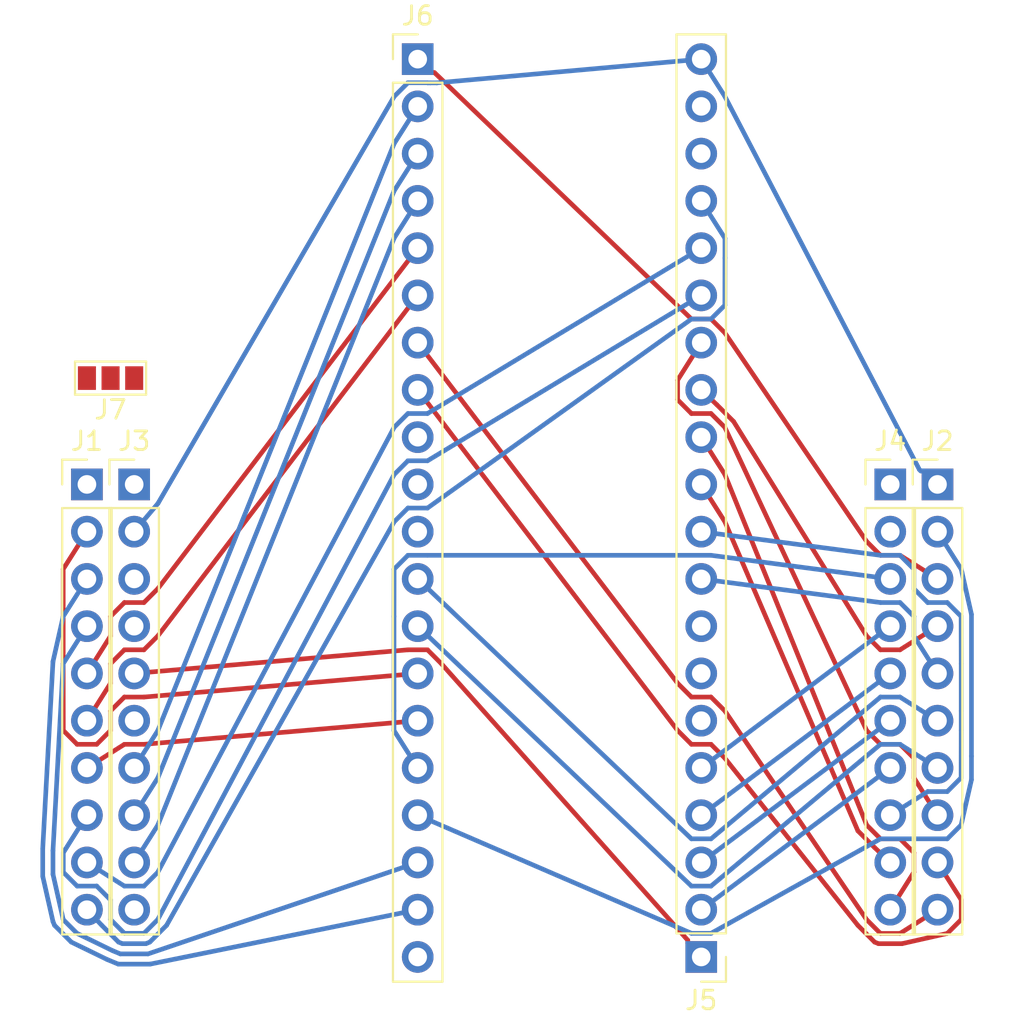
<source format=kicad_pcb>
(kicad_pcb (version 4) (host pcbnew 4.0.7)

  (general
    (links 36)
    (no_connects 4)
    (area 0 0 0 0)
    (thickness 1.6)
    (drawings 0)
    (tracks 325)
    (zones 0)
    (modules 7)
    (nets 48)
  )

  (page A4)
  (layers
    (0 F.Cu signal)
    (31 B.Cu signal)
    (32 B.Adhes user)
    (33 F.Adhes user)
    (34 B.Paste user)
    (35 F.Paste user)
    (36 B.SilkS user)
    (37 F.SilkS user)
    (38 B.Mask user)
    (39 F.Mask user)
    (40 Dwgs.User user)
    (41 Cmts.User user)
    (42 Eco1.User user)
    (43 Eco2.User user)
    (44 Edge.Cuts user)
    (45 Margin user)
    (46 B.CrtYd user)
    (47 F.CrtYd user)
    (48 B.Fab user)
    (49 F.Fab user)
  )

  (setup
    (last_trace_width 0.25)
    (trace_clearance 0.2)
    (zone_clearance 0.508)
    (zone_45_only no)
    (trace_min 0.2)
    (segment_width 0.2)
    (edge_width 0.15)
    (via_size 0.6)
    (via_drill 0.4)
    (via_min_size 0.4)
    (via_min_drill 0.3)
    (uvia_size 0.3)
    (uvia_drill 0.1)
    (uvias_allowed no)
    (uvia_min_size 0.2)
    (uvia_min_drill 0.1)
    (pcb_text_width 0.3)
    (pcb_text_size 1.5 1.5)
    (mod_edge_width 0.15)
    (mod_text_size 1 1)
    (mod_text_width 0.15)
    (pad_size 1.524 1.524)
    (pad_drill 0.762)
    (pad_to_mask_clearance 0.2)
    (aux_axis_origin 0 0)
    (grid_origin 156.21 113.03)
    (visible_elements 7FFFFFFF)
    (pcbplotparams
      (layerselection 0x00030_80000001)
      (usegerberextensions false)
      (excludeedgelayer true)
      (linewidth 0.100000)
      (plotframeref false)
      (viasonmask false)
      (mode 1)
      (useauxorigin false)
      (hpglpennumber 1)
      (hpglpenspeed 20)
      (hpglpendiameter 15)
      (hpglpenoverlay 2)
      (psnegative false)
      (psa4output false)
      (plotreference true)
      (plotvalue true)
      (plotinvisibletext false)
      (padsonsilk false)
      (subtractmaskfromsilk false)
      (outputformat 1)
      (mirror false)
      (drillshape 1)
      (scaleselection 1)
      (outputdirectory ""))
  )

  (net 0 "")
  (net 1 "Net-(J1-Pad1)")
  (net 2 /X5)
  (net 3 /X0)
  (net 4 /X1)
  (net 5 /Bit4)
  (net 6 /Bit5)
  (net 7 /X4)
  (net 8 /Bit9)
  (net 9 /Bit10)
  (net 10 /Bit11)
  (net 11 /GND)
  (net 12 /X2)
  (net 13 /Bit0)
  (net 14 /PLUS)
  (net 15 /RESET)
  (net 16 /X7)
  (net 17 /X6)
  (net 18 /Bit8)
  (net 19 /Bit7)
  (net 20 /Bit6)
  (net 21 "Net-(J3-Pad1)")
  (net 22 "Net-(J3-Pad3)")
  (net 23 "Net-(J3-Pad4)")
  (net 24 /DS18B20)
  (net 25 "Net-(J3-Pad6)")
  (net 26 /Bit1)
  (net 27 /Bit2)
  (net 28 /Bit3)
  (net 29 "Net-(J3-Pad10)")
  (net 30 "Net-(J4-Pad1)")
  (net 31 "Net-(J4-Pad2)")
  (net 32 /X3)
  (net 33 /BEEP)
  (net 34 /1302CLK)
  (net 35 /1302IO)
  (net 36 /1302RST)
  (net 37 /RXD)
  (net 38 /TXD)
  (net 39 /MODE)
  (net 40 "Net-(J5-Pad6)")
  (net 41 "Net-(J5-Pad7)")
  (net 42 "Net-(J5-Pad8)")
  (net 43 "Net-(J5-Pad18)")
  (net 44 "Net-(J5-Pad19)")
  (net 45 "Net-(J6-Pad9)")
  (net 46 "Net-(J6-Pad10)")
  (net 47 /VCC)

  (net_class Default "This is the default net class."
    (clearance 0.2)
    (trace_width 0.25)
    (via_dia 0.6)
    (via_drill 0.4)
    (uvia_dia 0.3)
    (uvia_drill 0.1)
    (add_net /1302CLK)
    (add_net /1302IO)
    (add_net /1302RST)
    (add_net /BEEP)
    (add_net /Bit0)
    (add_net /Bit1)
    (add_net /Bit10)
    (add_net /Bit11)
    (add_net /Bit2)
    (add_net /Bit3)
    (add_net /Bit4)
    (add_net /Bit5)
    (add_net /Bit6)
    (add_net /Bit7)
    (add_net /Bit8)
    (add_net /Bit9)
    (add_net /DS18B20)
    (add_net /GND)
    (add_net /MODE)
    (add_net /PLUS)
    (add_net /RESET)
    (add_net /RXD)
    (add_net /TXD)
    (add_net /VCC)
    (add_net /X0)
    (add_net /X1)
    (add_net /X2)
    (add_net /X3)
    (add_net /X4)
    (add_net /X5)
    (add_net /X6)
    (add_net /X7)
    (add_net "Net-(J1-Pad1)")
    (add_net "Net-(J3-Pad1)")
    (add_net "Net-(J3-Pad10)")
    (add_net "Net-(J3-Pad3)")
    (add_net "Net-(J3-Pad4)")
    (add_net "Net-(J3-Pad6)")
    (add_net "Net-(J4-Pad1)")
    (add_net "Net-(J4-Pad2)")
    (add_net "Net-(J5-Pad18)")
    (add_net "Net-(J5-Pad19)")
    (add_net "Net-(J5-Pad6)")
    (add_net "Net-(J5-Pad7)")
    (add_net "Net-(J5-Pad8)")
    (add_net "Net-(J6-Pad10)")
    (add_net "Net-(J6-Pad9)")
  )

  (module Pin_Headers:Pin_Header_Straight_1x10_Pitch2.54mm (layer F.Cu) (tedit 59650532) (tstamp 5A68B6AC)
    (at 101.6 101.6)
    (descr "Through hole straight pin header, 1x10, 2.54mm pitch, single row")
    (tags "Through hole pin header THT 1x10 2.54mm single row")
    (path /5A5BEAC9)
    (fp_text reference J1 (at 0 -2.33) (layer F.SilkS)
      (effects (font (size 1 1) (thickness 0.15)))
    )
    (fp_text value Conn_01x10 (at 0 25.19) (layer F.Fab)
      (effects (font (size 1 1) (thickness 0.15)))
    )
    (fp_line (start -0.635 -1.27) (end 1.27 -1.27) (layer F.Fab) (width 0.1))
    (fp_line (start 1.27 -1.27) (end 1.27 24.13) (layer F.Fab) (width 0.1))
    (fp_line (start 1.27 24.13) (end -1.27 24.13) (layer F.Fab) (width 0.1))
    (fp_line (start -1.27 24.13) (end -1.27 -0.635) (layer F.Fab) (width 0.1))
    (fp_line (start -1.27 -0.635) (end -0.635 -1.27) (layer F.Fab) (width 0.1))
    (fp_line (start -1.33 24.19) (end 1.33 24.19) (layer F.SilkS) (width 0.12))
    (fp_line (start -1.33 1.27) (end -1.33 24.19) (layer F.SilkS) (width 0.12))
    (fp_line (start 1.33 1.27) (end 1.33 24.19) (layer F.SilkS) (width 0.12))
    (fp_line (start -1.33 1.27) (end 1.33 1.27) (layer F.SilkS) (width 0.12))
    (fp_line (start -1.33 0) (end -1.33 -1.33) (layer F.SilkS) (width 0.12))
    (fp_line (start -1.33 -1.33) (end 0 -1.33) (layer F.SilkS) (width 0.12))
    (fp_line (start -1.8 -1.8) (end -1.8 24.65) (layer F.CrtYd) (width 0.05))
    (fp_line (start -1.8 24.65) (end 1.8 24.65) (layer F.CrtYd) (width 0.05))
    (fp_line (start 1.8 24.65) (end 1.8 -1.8) (layer F.CrtYd) (width 0.05))
    (fp_line (start 1.8 -1.8) (end -1.8 -1.8) (layer F.CrtYd) (width 0.05))
    (fp_text user %R (at 0 11.43 90) (layer F.Fab)
      (effects (font (size 1 1) (thickness 0.15)))
    )
    (pad 1 thru_hole rect (at 0 0) (size 1.7 1.7) (drill 1) (layers *.Cu *.Mask)
      (net 1 "Net-(J1-Pad1)"))
    (pad 2 thru_hole oval (at 0 2.54) (size 1.7 1.7) (drill 1) (layers *.Cu *.Mask)
      (net 2 /X5))
    (pad 3 thru_hole oval (at 0 5.08) (size 1.7 1.7) (drill 1) (layers *.Cu *.Mask)
      (net 3 /X0))
    (pad 4 thru_hole oval (at 0 7.62) (size 1.7 1.7) (drill 1) (layers *.Cu *.Mask)
      (net 4 /X1))
    (pad 5 thru_hole oval (at 0 10.16) (size 1.7 1.7) (drill 1) (layers *.Cu *.Mask)
      (net 5 /Bit4))
    (pad 6 thru_hole oval (at 0 12.7) (size 1.7 1.7) (drill 1) (layers *.Cu *.Mask)
      (net 6 /Bit5))
    (pad 7 thru_hole oval (at 0 15.24) (size 1.7 1.7) (drill 1) (layers *.Cu *.Mask)
      (net 7 /X4))
    (pad 8 thru_hole oval (at 0 17.78) (size 1.7 1.7) (drill 1) (layers *.Cu *.Mask)
      (net 8 /Bit9))
    (pad 9 thru_hole oval (at 0 20.32) (size 1.7 1.7) (drill 1) (layers *.Cu *.Mask)
      (net 9 /Bit10))
    (pad 10 thru_hole oval (at 0 22.86) (size 1.7 1.7) (drill 1) (layers *.Cu *.Mask)
      (net 10 /Bit11))
    (model ${KISYS3DMOD}/Pin_Headers.3dshapes/Pin_Header_Straight_1x10_Pitch2.54mm.wrl
      (at (xyz 0 0 0))
      (scale (xyz 1 1 1))
      (rotate (xyz 0 0 0))
    )
  )

  (module Pin_Headers:Pin_Header_Straight_1x10_Pitch2.54mm (layer F.Cu) (tedit 59650532) (tstamp 5A68B6BA)
    (at 147.32 101.6)
    (descr "Through hole straight pin header, 1x10, 2.54mm pitch, single row")
    (tags "Through hole pin header THT 1x10 2.54mm single row")
    (path /5A5BED3B)
    (fp_text reference J2 (at 0 -2.33) (layer F.SilkS)
      (effects (font (size 1 1) (thickness 0.15)))
    )
    (fp_text value Conn_01x10 (at 0 25.19) (layer F.Fab)
      (effects (font (size 1 1) (thickness 0.15)))
    )
    (fp_line (start -0.635 -1.27) (end 1.27 -1.27) (layer F.Fab) (width 0.1))
    (fp_line (start 1.27 -1.27) (end 1.27 24.13) (layer F.Fab) (width 0.1))
    (fp_line (start 1.27 24.13) (end -1.27 24.13) (layer F.Fab) (width 0.1))
    (fp_line (start -1.27 24.13) (end -1.27 -0.635) (layer F.Fab) (width 0.1))
    (fp_line (start -1.27 -0.635) (end -0.635 -1.27) (layer F.Fab) (width 0.1))
    (fp_line (start -1.33 24.19) (end 1.33 24.19) (layer F.SilkS) (width 0.12))
    (fp_line (start -1.33 1.27) (end -1.33 24.19) (layer F.SilkS) (width 0.12))
    (fp_line (start 1.33 1.27) (end 1.33 24.19) (layer F.SilkS) (width 0.12))
    (fp_line (start -1.33 1.27) (end 1.33 1.27) (layer F.SilkS) (width 0.12))
    (fp_line (start -1.33 0) (end -1.33 -1.33) (layer F.SilkS) (width 0.12))
    (fp_line (start -1.33 -1.33) (end 0 -1.33) (layer F.SilkS) (width 0.12))
    (fp_line (start -1.8 -1.8) (end -1.8 24.65) (layer F.CrtYd) (width 0.05))
    (fp_line (start -1.8 24.65) (end 1.8 24.65) (layer F.CrtYd) (width 0.05))
    (fp_line (start 1.8 24.65) (end 1.8 -1.8) (layer F.CrtYd) (width 0.05))
    (fp_line (start 1.8 -1.8) (end -1.8 -1.8) (layer F.CrtYd) (width 0.05))
    (fp_text user %R (at 0 11.43 90) (layer F.Fab)
      (effects (font (size 1 1) (thickness 0.15)))
    )
    (pad 1 thru_hole rect (at 0 0) (size 1.7 1.7) (drill 1) (layers *.Cu *.Mask)
      (net 11 /GND))
    (pad 2 thru_hole oval (at 0 2.54) (size 1.7 1.7) (drill 1) (layers *.Cu *.Mask)
      (net 12 /X2))
    (pad 3 thru_hole oval (at 0 5.08) (size 1.7 1.7) (drill 1) (layers *.Cu *.Mask)
      (net 13 /Bit0))
    (pad 4 thru_hole oval (at 0 7.62) (size 1.7 1.7) (drill 1) (layers *.Cu *.Mask)
      (net 14 /PLUS))
    (pad 5 thru_hole oval (at 0 10.16) (size 1.7 1.7) (drill 1) (layers *.Cu *.Mask)
      (net 15 /RESET))
    (pad 6 thru_hole oval (at 0 12.7) (size 1.7 1.7) (drill 1) (layers *.Cu *.Mask)
      (net 16 /X7))
    (pad 7 thru_hole oval (at 0 15.24) (size 1.7 1.7) (drill 1) (layers *.Cu *.Mask)
      (net 17 /X6))
    (pad 8 thru_hole oval (at 0 17.78) (size 1.7 1.7) (drill 1) (layers *.Cu *.Mask)
      (net 18 /Bit8))
    (pad 9 thru_hole oval (at 0 20.32) (size 1.7 1.7) (drill 1) (layers *.Cu *.Mask)
      (net 19 /Bit7))
    (pad 10 thru_hole oval (at 0 22.86) (size 1.7 1.7) (drill 1) (layers *.Cu *.Mask)
      (net 20 /Bit6))
    (model ${KISYS3DMOD}/Pin_Headers.3dshapes/Pin_Header_Straight_1x10_Pitch2.54mm.wrl
      (at (xyz 0 0 0))
      (scale (xyz 1 1 1))
      (rotate (xyz 0 0 0))
    )
  )

  (module Pin_Headers:Pin_Header_Straight_1x10_Pitch2.54mm (layer F.Cu) (tedit 59650532) (tstamp 5A68B6C8)
    (at 104.14 101.6)
    (descr "Through hole straight pin header, 1x10, 2.54mm pitch, single row")
    (tags "Through hole pin header THT 1x10 2.54mm single row")
    (path /5A5BEB8A)
    (fp_text reference J3 (at 0 -2.33) (layer F.SilkS)
      (effects (font (size 1 1) (thickness 0.15)))
    )
    (fp_text value Conn_01x10 (at 0 25.19) (layer F.Fab)
      (effects (font (size 1 1) (thickness 0.15)))
    )
    (fp_line (start -0.635 -1.27) (end 1.27 -1.27) (layer F.Fab) (width 0.1))
    (fp_line (start 1.27 -1.27) (end 1.27 24.13) (layer F.Fab) (width 0.1))
    (fp_line (start 1.27 24.13) (end -1.27 24.13) (layer F.Fab) (width 0.1))
    (fp_line (start -1.27 24.13) (end -1.27 -0.635) (layer F.Fab) (width 0.1))
    (fp_line (start -1.27 -0.635) (end -0.635 -1.27) (layer F.Fab) (width 0.1))
    (fp_line (start -1.33 24.19) (end 1.33 24.19) (layer F.SilkS) (width 0.12))
    (fp_line (start -1.33 1.27) (end -1.33 24.19) (layer F.SilkS) (width 0.12))
    (fp_line (start 1.33 1.27) (end 1.33 24.19) (layer F.SilkS) (width 0.12))
    (fp_line (start -1.33 1.27) (end 1.33 1.27) (layer F.SilkS) (width 0.12))
    (fp_line (start -1.33 0) (end -1.33 -1.33) (layer F.SilkS) (width 0.12))
    (fp_line (start -1.33 -1.33) (end 0 -1.33) (layer F.SilkS) (width 0.12))
    (fp_line (start -1.8 -1.8) (end -1.8 24.65) (layer F.CrtYd) (width 0.05))
    (fp_line (start -1.8 24.65) (end 1.8 24.65) (layer F.CrtYd) (width 0.05))
    (fp_line (start 1.8 24.65) (end 1.8 -1.8) (layer F.CrtYd) (width 0.05))
    (fp_line (start 1.8 -1.8) (end -1.8 -1.8) (layer F.CrtYd) (width 0.05))
    (fp_text user %R (at 0 11.43 90) (layer F.Fab)
      (effects (font (size 1 1) (thickness 0.15)))
    )
    (pad 1 thru_hole rect (at 0 0) (size 1.7 1.7) (drill 1) (layers *.Cu *.Mask)
      (net 21 "Net-(J3-Pad1)"))
    (pad 2 thru_hole oval (at 0 2.54) (size 1.7 1.7) (drill 1) (layers *.Cu *.Mask)
      (net 11 /GND))
    (pad 3 thru_hole oval (at 0 5.08) (size 1.7 1.7) (drill 1) (layers *.Cu *.Mask)
      (net 22 "Net-(J3-Pad3)"))
    (pad 4 thru_hole oval (at 0 7.62) (size 1.7 1.7) (drill 1) (layers *.Cu *.Mask)
      (net 23 "Net-(J3-Pad4)"))
    (pad 5 thru_hole oval (at 0 10.16) (size 1.7 1.7) (drill 1) (layers *.Cu *.Mask)
      (net 24 /DS18B20))
    (pad 6 thru_hole oval (at 0 12.7) (size 1.7 1.7) (drill 1) (layers *.Cu *.Mask)
      (net 25 "Net-(J3-Pad6)"))
    (pad 7 thru_hole oval (at 0 15.24) (size 1.7 1.7) (drill 1) (layers *.Cu *.Mask)
      (net 26 /Bit1))
    (pad 8 thru_hole oval (at 0 17.78) (size 1.7 1.7) (drill 1) (layers *.Cu *.Mask)
      (net 27 /Bit2))
    (pad 9 thru_hole oval (at 0 20.32) (size 1.7 1.7) (drill 1) (layers *.Cu *.Mask)
      (net 28 /Bit3))
    (pad 10 thru_hole oval (at 0 22.86) (size 1.7 1.7) (drill 1) (layers *.Cu *.Mask)
      (net 29 "Net-(J3-Pad10)"))
    (model ${KISYS3DMOD}/Pin_Headers.3dshapes/Pin_Header_Straight_1x10_Pitch2.54mm.wrl
      (at (xyz 0 0 0))
      (scale (xyz 1 1 1))
      (rotate (xyz 0 0 0))
    )
  )

  (module Pin_Headers:Pin_Header_Straight_1x10_Pitch2.54mm (layer F.Cu) (tedit 59650532) (tstamp 5A68B6D6)
    (at 144.78 101.6)
    (descr "Through hole straight pin header, 1x10, 2.54mm pitch, single row")
    (tags "Through hole pin header THT 1x10 2.54mm single row")
    (path /5A5BED0F)
    (fp_text reference J4 (at 0 -2.33) (layer F.SilkS)
      (effects (font (size 1 1) (thickness 0.15)))
    )
    (fp_text value Conn_01x10 (at 0 25.19) (layer F.Fab)
      (effects (font (size 1 1) (thickness 0.15)))
    )
    (fp_line (start -0.635 -1.27) (end 1.27 -1.27) (layer F.Fab) (width 0.1))
    (fp_line (start 1.27 -1.27) (end 1.27 24.13) (layer F.Fab) (width 0.1))
    (fp_line (start 1.27 24.13) (end -1.27 24.13) (layer F.Fab) (width 0.1))
    (fp_line (start -1.27 24.13) (end -1.27 -0.635) (layer F.Fab) (width 0.1))
    (fp_line (start -1.27 -0.635) (end -0.635 -1.27) (layer F.Fab) (width 0.1))
    (fp_line (start -1.33 24.19) (end 1.33 24.19) (layer F.SilkS) (width 0.12))
    (fp_line (start -1.33 1.27) (end -1.33 24.19) (layer F.SilkS) (width 0.12))
    (fp_line (start 1.33 1.27) (end 1.33 24.19) (layer F.SilkS) (width 0.12))
    (fp_line (start -1.33 1.27) (end 1.33 1.27) (layer F.SilkS) (width 0.12))
    (fp_line (start -1.33 0) (end -1.33 -1.33) (layer F.SilkS) (width 0.12))
    (fp_line (start -1.33 -1.33) (end 0 -1.33) (layer F.SilkS) (width 0.12))
    (fp_line (start -1.8 -1.8) (end -1.8 24.65) (layer F.CrtYd) (width 0.05))
    (fp_line (start -1.8 24.65) (end 1.8 24.65) (layer F.CrtYd) (width 0.05))
    (fp_line (start 1.8 24.65) (end 1.8 -1.8) (layer F.CrtYd) (width 0.05))
    (fp_line (start 1.8 -1.8) (end -1.8 -1.8) (layer F.CrtYd) (width 0.05))
    (fp_text user %R (at 0 11.43 90) (layer F.Fab)
      (effects (font (size 1 1) (thickness 0.15)))
    )
    (pad 1 thru_hole rect (at 0 0) (size 1.7 1.7) (drill 1) (layers *.Cu *.Mask)
      (net 30 "Net-(J4-Pad1)"))
    (pad 2 thru_hole oval (at 0 2.54) (size 1.7 1.7) (drill 1) (layers *.Cu *.Mask)
      (net 31 "Net-(J4-Pad2)"))
    (pad 3 thru_hole oval (at 0 5.08) (size 1.7 1.7) (drill 1) (layers *.Cu *.Mask)
      (net 32 /X3))
    (pad 4 thru_hole oval (at 0 7.62) (size 1.7 1.7) (drill 1) (layers *.Cu *.Mask)
      (net 33 /BEEP))
    (pad 5 thru_hole oval (at 0 10.16) (size 1.7 1.7) (drill 1) (layers *.Cu *.Mask)
      (net 34 /1302CLK))
    (pad 6 thru_hole oval (at 0 12.7) (size 1.7 1.7) (drill 1) (layers *.Cu *.Mask)
      (net 35 /1302IO))
    (pad 7 thru_hole oval (at 0 15.24) (size 1.7 1.7) (drill 1) (layers *.Cu *.Mask)
      (net 36 /1302RST))
    (pad 8 thru_hole oval (at 0 17.78) (size 1.7 1.7) (drill 1) (layers *.Cu *.Mask)
      (net 37 /RXD))
    (pad 9 thru_hole oval (at 0 20.32) (size 1.7 1.7) (drill 1) (layers *.Cu *.Mask)
      (net 38 /TXD))
    (pad 10 thru_hole oval (at 0 22.86) (size 1.7 1.7) (drill 1) (layers *.Cu *.Mask)
      (net 39 /MODE))
    (model ${KISYS3DMOD}/Pin_Headers.3dshapes/Pin_Header_Straight_1x10_Pitch2.54mm.wrl
      (at (xyz 0 0 0))
      (scale (xyz 1 1 1))
      (rotate (xyz 0 0 0))
    )
  )

  (module Pin_Headers:Pin_Header_Straight_1x20_Pitch2.54mm (layer F.Cu) (tedit 59650532) (tstamp 5A68B6EE)
    (at 134.62 127 180)
    (descr "Through hole straight pin header, 1x20, 2.54mm pitch, single row")
    (tags "Through hole pin header THT 1x20 2.54mm single row")
    (path /5A5BED71)
    (fp_text reference J5 (at 0 -2.33 180) (layer F.SilkS)
      (effects (font (size 1 1) (thickness 0.15)))
    )
    (fp_text value Conn_01x20 (at 0 50.59 180) (layer F.Fab)
      (effects (font (size 1 1) (thickness 0.15)))
    )
    (fp_line (start -0.635 -1.27) (end 1.27 -1.27) (layer F.Fab) (width 0.1))
    (fp_line (start 1.27 -1.27) (end 1.27 49.53) (layer F.Fab) (width 0.1))
    (fp_line (start 1.27 49.53) (end -1.27 49.53) (layer F.Fab) (width 0.1))
    (fp_line (start -1.27 49.53) (end -1.27 -0.635) (layer F.Fab) (width 0.1))
    (fp_line (start -1.27 -0.635) (end -0.635 -1.27) (layer F.Fab) (width 0.1))
    (fp_line (start -1.33 49.59) (end 1.33 49.59) (layer F.SilkS) (width 0.12))
    (fp_line (start -1.33 1.27) (end -1.33 49.59) (layer F.SilkS) (width 0.12))
    (fp_line (start 1.33 1.27) (end 1.33 49.59) (layer F.SilkS) (width 0.12))
    (fp_line (start -1.33 1.27) (end 1.33 1.27) (layer F.SilkS) (width 0.12))
    (fp_line (start -1.33 0) (end -1.33 -1.33) (layer F.SilkS) (width 0.12))
    (fp_line (start -1.33 -1.33) (end 0 -1.33) (layer F.SilkS) (width 0.12))
    (fp_line (start -1.8 -1.8) (end -1.8 50.05) (layer F.CrtYd) (width 0.05))
    (fp_line (start -1.8 50.05) (end 1.8 50.05) (layer F.CrtYd) (width 0.05))
    (fp_line (start 1.8 50.05) (end 1.8 -1.8) (layer F.CrtYd) (width 0.05))
    (fp_line (start 1.8 -1.8) (end -1.8 -1.8) (layer F.CrtYd) (width 0.05))
    (fp_text user %R (at 0 24.13 270) (layer F.Fab)
      (effects (font (size 1 1) (thickness 0.15)))
    )
    (pad 1 thru_hole rect (at 0 0 180) (size 1.7 1.7) (drill 1) (layers *.Cu *.Mask)
      (net 24 /DS18B20))
    (pad 2 thru_hole oval (at 0 2.54 180) (size 1.7 1.7) (drill 1) (layers *.Cu *.Mask)
      (net 36 /1302RST))
    (pad 3 thru_hole oval (at 0 5.08 180) (size 1.7 1.7) (drill 1) (layers *.Cu *.Mask)
      (net 35 /1302IO))
    (pad 4 thru_hole oval (at 0 7.62 180) (size 1.7 1.7) (drill 1) (layers *.Cu *.Mask)
      (net 34 /1302CLK))
    (pad 5 thru_hole oval (at 0 10.16 180) (size 1.7 1.7) (drill 1) (layers *.Cu *.Mask)
      (net 33 /BEEP))
    (pad 6 thru_hole oval (at 0 12.7 180) (size 1.7 1.7) (drill 1) (layers *.Cu *.Mask)
      (net 40 "Net-(J5-Pad6)"))
    (pad 7 thru_hole oval (at 0 15.24 180) (size 1.7 1.7) (drill 1) (layers *.Cu *.Mask)
      (net 41 "Net-(J5-Pad7)"))
    (pad 8 thru_hole oval (at 0 17.78 180) (size 1.7 1.7) (drill 1) (layers *.Cu *.Mask)
      (net 42 "Net-(J5-Pad8)"))
    (pad 9 thru_hole oval (at 0 20.32 180) (size 1.7 1.7) (drill 1) (layers *.Cu *.Mask)
      (net 15 /RESET))
    (pad 10 thru_hole oval (at 0 22.86 180) (size 1.7 1.7) (drill 1) (layers *.Cu *.Mask)
      (net 37 /RXD))
    (pad 11 thru_hole oval (at 0 25.4 180) (size 1.7 1.7) (drill 1) (layers *.Cu *.Mask)
      (net 38 /TXD))
    (pad 12 thru_hole oval (at 0 27.94 180) (size 1.7 1.7) (drill 1) (layers *.Cu *.Mask)
      (net 39 /MODE))
    (pad 13 thru_hole oval (at 0 30.48 180) (size 1.7 1.7) (drill 1) (layers *.Cu *.Mask)
      (net 14 /PLUS))
    (pad 14 thru_hole oval (at 0 33.02 180) (size 1.7 1.7) (drill 1) (layers *.Cu *.Mask)
      (net 18 /Bit8))
    (pad 15 thru_hole oval (at 0 35.56 180) (size 1.7 1.7) (drill 1) (layers *.Cu *.Mask)
      (net 8 /Bit9))
    (pad 16 thru_hole oval (at 0 38.1 180) (size 1.7 1.7) (drill 1) (layers *.Cu *.Mask)
      (net 9 /Bit10))
    (pad 17 thru_hole oval (at 0 40.64 180) (size 1.7 1.7) (drill 1) (layers *.Cu *.Mask)
      (net 10 /Bit11))
    (pad 18 thru_hole oval (at 0 43.18 180) (size 1.7 1.7) (drill 1) (layers *.Cu *.Mask)
      (net 43 "Net-(J5-Pad18)"))
    (pad 19 thru_hole oval (at 0 45.72 180) (size 1.7 1.7) (drill 1) (layers *.Cu *.Mask)
      (net 44 "Net-(J5-Pad19)"))
    (pad 20 thru_hole oval (at 0 48.26 180) (size 1.7 1.7) (drill 1) (layers *.Cu *.Mask)
      (net 11 /GND))
    (model ${KISYS3DMOD}/Pin_Headers.3dshapes/Pin_Header_Straight_1x20_Pitch2.54mm.wrl
      (at (xyz 0 0 0))
      (scale (xyz 1 1 1))
      (rotate (xyz 0 0 0))
    )
  )

  (module Pin_Headers:Pin_Header_Straight_1x20_Pitch2.54mm (layer F.Cu) (tedit 59650532) (tstamp 5A68B706)
    (at 119.38 78.74)
    (descr "Through hole straight pin header, 1x20, 2.54mm pitch, single row")
    (tags "Through hole pin header THT 1x20 2.54mm single row")
    (path /5A5BEDA4)
    (fp_text reference J6 (at 0 -2.33) (layer F.SilkS)
      (effects (font (size 1 1) (thickness 0.15)))
    )
    (fp_text value Conn_01x20 (at 0 50.59) (layer F.Fab)
      (effects (font (size 1 1) (thickness 0.15)))
    )
    (fp_line (start -0.635 -1.27) (end 1.27 -1.27) (layer F.Fab) (width 0.1))
    (fp_line (start 1.27 -1.27) (end 1.27 49.53) (layer F.Fab) (width 0.1))
    (fp_line (start 1.27 49.53) (end -1.27 49.53) (layer F.Fab) (width 0.1))
    (fp_line (start -1.27 49.53) (end -1.27 -0.635) (layer F.Fab) (width 0.1))
    (fp_line (start -1.27 -0.635) (end -0.635 -1.27) (layer F.Fab) (width 0.1))
    (fp_line (start -1.33 49.59) (end 1.33 49.59) (layer F.SilkS) (width 0.12))
    (fp_line (start -1.33 1.27) (end -1.33 49.59) (layer F.SilkS) (width 0.12))
    (fp_line (start 1.33 1.27) (end 1.33 49.59) (layer F.SilkS) (width 0.12))
    (fp_line (start -1.33 1.27) (end 1.33 1.27) (layer F.SilkS) (width 0.12))
    (fp_line (start -1.33 0) (end -1.33 -1.33) (layer F.SilkS) (width 0.12))
    (fp_line (start -1.33 -1.33) (end 0 -1.33) (layer F.SilkS) (width 0.12))
    (fp_line (start -1.8 -1.8) (end -1.8 50.05) (layer F.CrtYd) (width 0.05))
    (fp_line (start -1.8 50.05) (end 1.8 50.05) (layer F.CrtYd) (width 0.05))
    (fp_line (start 1.8 50.05) (end 1.8 -1.8) (layer F.CrtYd) (width 0.05))
    (fp_line (start 1.8 -1.8) (end -1.8 -1.8) (layer F.CrtYd) (width 0.05))
    (fp_text user %R (at 0 24.13 90) (layer F.Fab)
      (effects (font (size 1 1) (thickness 0.15)))
    )
    (pad 1 thru_hole rect (at 0 0) (size 1.7 1.7) (drill 1) (layers *.Cu *.Mask)
      (net 13 /Bit0))
    (pad 2 thru_hole oval (at 0 2.54) (size 1.7 1.7) (drill 1) (layers *.Cu *.Mask)
      (net 26 /Bit1))
    (pad 3 thru_hole oval (at 0 5.08) (size 1.7 1.7) (drill 1) (layers *.Cu *.Mask)
      (net 27 /Bit2))
    (pad 4 thru_hole oval (at 0 7.62) (size 1.7 1.7) (drill 1) (layers *.Cu *.Mask)
      (net 28 /Bit3))
    (pad 5 thru_hole oval (at 0 10.16) (size 1.7 1.7) (drill 1) (layers *.Cu *.Mask)
      (net 5 /Bit4))
    (pad 6 thru_hole oval (at 0 12.7) (size 1.7 1.7) (drill 1) (layers *.Cu *.Mask)
      (net 6 /Bit5))
    (pad 7 thru_hole oval (at 0 15.24) (size 1.7 1.7) (drill 1) (layers *.Cu *.Mask)
      (net 20 /Bit6))
    (pad 8 thru_hole oval (at 0 17.78) (size 1.7 1.7) (drill 1) (layers *.Cu *.Mask)
      (net 19 /Bit7))
    (pad 9 thru_hole oval (at 0 20.32) (size 1.7 1.7) (drill 1) (layers *.Cu *.Mask)
      (net 45 "Net-(J6-Pad9)"))
    (pad 10 thru_hole oval (at 0 22.86) (size 1.7 1.7) (drill 1) (layers *.Cu *.Mask)
      (net 46 "Net-(J6-Pad10)"))
    (pad 11 thru_hole oval (at 0 25.4) (size 1.7 1.7) (drill 1) (layers *.Cu *.Mask)
      (net 47 /VCC))
    (pad 12 thru_hole oval (at 0 27.94) (size 1.7 1.7) (drill 1) (layers *.Cu *.Mask)
      (net 16 /X7))
    (pad 13 thru_hole oval (at 0 30.48) (size 1.7 1.7) (drill 1) (layers *.Cu *.Mask)
      (net 17 /X6))
    (pad 14 thru_hole oval (at 0 33.02) (size 1.7 1.7) (drill 1) (layers *.Cu *.Mask)
      (net 2 /X5))
    (pad 15 thru_hole oval (at 0 35.56) (size 1.7 1.7) (drill 1) (layers *.Cu *.Mask)
      (net 7 /X4))
    (pad 16 thru_hole oval (at 0 38.1) (size 1.7 1.7) (drill 1) (layers *.Cu *.Mask)
      (net 32 /X3))
    (pad 17 thru_hole oval (at 0 40.64) (size 1.7 1.7) (drill 1) (layers *.Cu *.Mask)
      (net 12 /X2))
    (pad 18 thru_hole oval (at 0 43.18) (size 1.7 1.7) (drill 1) (layers *.Cu *.Mask)
      (net 4 /X1))
    (pad 19 thru_hole oval (at 0 45.72) (size 1.7 1.7) (drill 1) (layers *.Cu *.Mask)
      (net 3 /X0))
    (pad 20 thru_hole oval (at 0 48.26) (size 1.7 1.7) (drill 1) (layers *.Cu *.Mask)
      (net 47 /VCC))
    (model ${KISYS3DMOD}/Pin_Headers.3dshapes/Pin_Header_Straight_1x20_Pitch2.54mm.wrl
      (at (xyz 0 0 0))
      (scale (xyz 1 1 1))
      (rotate (xyz 0 0 0))
    )
  )

  (module Connectors:GS3 (layer F.Cu) (tedit 58613494) (tstamp 5A6B3A58)
    (at 102.87 95.885 90)
    (descr "3-pin solder bridge")
    (tags "solder bridge")
    (path /5A6B36DA)
    (attr smd)
    (fp_text reference J7 (at -1.7 0 180) (layer F.SilkS)
      (effects (font (size 1 1) (thickness 0.15)))
    )
    (fp_text value GS3 (at 1.8 0 180) (layer F.Fab)
      (effects (font (size 1 1) (thickness 0.15)))
    )
    (fp_line (start -1.15 -2.15) (end 1.15 -2.15) (layer F.CrtYd) (width 0.05))
    (fp_line (start 1.15 -2.15) (end 1.15 2.15) (layer F.CrtYd) (width 0.05))
    (fp_line (start 1.15 2.15) (end -1.15 2.15) (layer F.CrtYd) (width 0.05))
    (fp_line (start -1.15 2.15) (end -1.15 -2.15) (layer F.CrtYd) (width 0.05))
    (fp_line (start -0.89 -1.91) (end -0.89 1.91) (layer F.SilkS) (width 0.12))
    (fp_line (start -0.89 1.91) (end 0.89 1.91) (layer F.SilkS) (width 0.12))
    (fp_line (start 0.89 1.91) (end 0.89 -1.91) (layer F.SilkS) (width 0.12))
    (fp_line (start -0.89 -1.91) (end 0.89 -1.91) (layer F.SilkS) (width 0.12))
    (pad 1 smd rect (at 0 -1.27 90) (size 1.27 0.97) (layers F.Cu F.Paste F.Mask)
      (net 1 "Net-(J1-Pad1)"))
    (pad 2 smd rect (at 0 0 90) (size 1.27 0.97) (layers F.Cu F.Paste F.Mask)
      (net 47 /VCC))
    (pad 3 smd rect (at 0 1.27 90) (size 1.27 0.97) (layers F.Cu F.Paste F.Mask)
      (net 21 "Net-(J3-Pad1)"))
  )

  (segment (start 100.3272 106.1495) (end 101.6 104.14) (width 0.25) (layer F.Cu) (net 2))
  (segment (start 100.3249 106.1551) (end 100.3272 106.1495) (width 0.25) (layer F.Cu) (net 2))
  (segment (start 100.3249 111.2351) (end 100.3249 106.1551) (width 0.25) (layer F.Cu) (net 2))
  (segment (start 100.3249 112.2849) (end 100.3249 111.2351) (width 0.25) (layer F.Cu) (net 2))
  (segment (start 100.33 114.8239) (end 100.3249 112.2849) (width 0.25) (layer F.Cu) (net 2))
  (segment (start 100.3315 114.8276) (end 100.33 114.8239) (width 0.25) (layer F.Cu) (net 2))
  (segment (start 101.0724 115.5685) (end 100.3315 114.8276) (width 0.25) (layer F.Cu) (net 2))
  (segment (start 101.0761 115.57) (end 101.0724 115.5685) (width 0.25) (layer F.Cu) (net 2))
  (segment (start 102.1239 115.57) (end 101.0761 115.57) (width 0.25) (layer F.Cu) (net 2))
  (segment (start 102.1276 115.5685) (end 102.1239 115.57) (width 0.25) (layer F.Cu) (net 2))
  (segment (start 102.8685 114.8276) (end 102.1276 115.5685) (width 0.25) (layer F.Cu) (net 2))
  (segment (start 102.87 114.8239) (end 102.8685 114.8276) (width 0.25) (layer F.Cu) (net 2))
  (segment (start 102.87 113.7761) (end 102.87 114.8239) (width 0.25) (layer F.Cu) (net 2))
  (segment (start 102.8715 113.7724) (end 102.87 113.7761) (width 0.25) (layer F.Cu) (net 2))
  (segment (start 103.6124 113.0315) (end 102.8715 113.7724) (width 0.25) (layer F.Cu) (net 2))
  (segment (start 103.6161 113.03) (end 103.6124 113.0315) (width 0.25) (layer F.Cu) (net 2))
  (segment (start 104.6639 113.03) (end 103.6161 113.03) (width 0.25) (layer F.Cu) (net 2))
  (segment (start 119.38 111.76) (end 104.6639 113.03) (width 0.25) (layer F.Cu) (net 2))
  (segment (start 100.3272 108.6895) (end 101.6 106.68) (width 0.25) (layer B.Cu) (net 3))
  (segment (start 100.3249 108.6951) (end 100.3272 108.6895) (width 0.25) (layer B.Cu) (net 3))
  (segment (start 99.7748 111.1257) (end 100.3249 108.6951) (width 0.25) (layer B.Cu) (net 3))
  (segment (start 99.2247 121.1762) (end 99.7748 111.1257) (width 0.25) (layer B.Cu) (net 3))
  (segment (start 99.2247 122.6638) (end 99.2247 121.1762) (width 0.25) (layer B.Cu) (net 3))
  (segment (start 99.7748 125.0943) (end 99.2247 122.6638) (width 0.25) (layer B.Cu) (net 3))
  (segment (start 99.8608 125.3021) (end 99.7748 125.0943) (width 0.25) (layer B.Cu) (net 3))
  (segment (start 100.7579 126.1992) (end 99.8608 125.3021) (width 0.25) (layer B.Cu) (net 3))
  (segment (start 102.6747 127.1319) (end 100.7579 126.1992) (width 0.25) (layer B.Cu) (net 3))
  (segment (start 103.2868 127.3854) (end 102.6747 127.1319) (width 0.25) (layer B.Cu) (net 3))
  (segment (start 104.9932 127.3854) (end 103.2868 127.3854) (width 0.25) (layer B.Cu) (net 3))
  (segment (start 119.38 124.46) (end 104.9932 127.3854) (width 0.25) (layer B.Cu) (net 3))
  (segment (start 100.3272 111.2295) (end 101.6 109.22) (width 0.25) (layer B.Cu) (net 4))
  (segment (start 100.3249 111.2351) (end 100.3272 111.2295) (width 0.25) (layer B.Cu) (net 4))
  (segment (start 99.7748 121.2857) (end 100.3249 111.2351) (width 0.25) (layer B.Cu) (net 4))
  (segment (start 99.7748 122.5543) (end 99.7748 121.2857) (width 0.25) (layer B.Cu) (net 4))
  (segment (start 100.3249 124.9849) (end 99.7748 122.5543) (width 0.25) (layer B.Cu) (net 4))
  (segment (start 100.3272 124.9905) (end 100.3249 124.9849) (width 0.25) (layer B.Cu) (net 4))
  (segment (start 101.0695 125.7328) (end 100.3272 124.9905) (width 0.25) (layer B.Cu) (net 4))
  (segment (start 102.9863 126.6655) (end 101.0695 125.7328) (width 0.25) (layer B.Cu) (net 4))
  (segment (start 103.3962 126.8353) (end 102.9863 126.6655) (width 0.25) (layer B.Cu) (net 4))
  (segment (start 104.8838 126.8353) (end 103.3962 126.8353) (width 0.25) (layer B.Cu) (net 4))
  (segment (start 119.38 121.92) (end 104.8838 126.8353) (width 0.25) (layer B.Cu) (net 4))
  (segment (start 102.8685 109.7476) (end 101.6 111.76) (width 0.25) (layer F.Cu) (net 5))
  (segment (start 102.87 109.7439) (end 102.8685 109.7476) (width 0.25) (layer F.Cu) (net 5))
  (segment (start 102.87 108.6961) (end 102.87 109.7439) (width 0.25) (layer F.Cu) (net 5))
  (segment (start 102.8715 108.6924) (end 102.87 108.6961) (width 0.25) (layer F.Cu) (net 5))
  (segment (start 103.6124 107.9515) (end 102.8715 108.6924) (width 0.25) (layer F.Cu) (net 5))
  (segment (start 103.6161 107.95) (end 103.6124 107.9515) (width 0.25) (layer F.Cu) (net 5))
  (segment (start 104.6639 107.95) (end 103.6161 107.95) (width 0.25) (layer F.Cu) (net 5))
  (segment (start 104.6676 107.9485) (end 104.6639 107.95) (width 0.25) (layer F.Cu) (net 5))
  (segment (start 105.4085 107.2076) (end 104.6676 107.9485) (width 0.25) (layer F.Cu) (net 5))
  (segment (start 119.38 88.9) (end 105.4085 107.2076) (width 0.25) (layer F.Cu) (net 5))
  (segment (start 102.8685 112.2876) (end 101.6 114.3) (width 0.25) (layer F.Cu) (net 6))
  (segment (start 102.87 112.2839) (end 102.8685 112.2876) (width 0.25) (layer F.Cu) (net 6))
  (segment (start 102.87 111.2361) (end 102.87 112.2839) (width 0.25) (layer F.Cu) (net 6))
  (segment (start 102.8715 111.2324) (end 102.87 111.2361) (width 0.25) (layer F.Cu) (net 6))
  (segment (start 103.6124 110.4915) (end 102.8715 111.2324) (width 0.25) (layer F.Cu) (net 6))
  (segment (start 103.6161 110.49) (end 103.6124 110.4915) (width 0.25) (layer F.Cu) (net 6))
  (segment (start 104.6639 110.49) (end 103.6161 110.49) (width 0.25) (layer F.Cu) (net 6))
  (segment (start 104.6676 110.4885) (end 104.6639 110.49) (width 0.25) (layer F.Cu) (net 6))
  (segment (start 105.4085 109.7476) (end 104.6676 110.4885) (width 0.25) (layer F.Cu) (net 6))
  (segment (start 119.38 91.44) (end 105.4085 109.7476) (width 0.25) (layer F.Cu) (net 6))
  (segment (start 103.6124 115.5715) (end 101.6 116.84) (width 0.25) (layer F.Cu) (net 7))
  (segment (start 103.6161 115.57) (end 103.6124 115.5715) (width 0.25) (layer F.Cu) (net 7))
  (segment (start 104.6639 115.57) (end 103.6161 115.57) (width 0.25) (layer F.Cu) (net 7))
  (segment (start 119.38 114.3) (end 104.6639 115.57) (width 0.25) (layer F.Cu) (net 7))
  (segment (start 100.3315 121.3924) (end 101.6 119.38) (width 0.25) (layer B.Cu) (net 8))
  (segment (start 100.33 121.3961) (end 100.3315 121.3924) (width 0.25) (layer B.Cu) (net 8))
  (segment (start 100.33 122.4439) (end 100.33 121.3961) (width 0.25) (layer B.Cu) (net 8))
  (segment (start 100.3315 122.4476) (end 100.33 122.4439) (width 0.25) (layer B.Cu) (net 8))
  (segment (start 101.0724 123.1885) (end 100.3315 122.4476) (width 0.25) (layer B.Cu) (net 8))
  (segment (start 101.0761 123.19) (end 101.0724 123.1885) (width 0.25) (layer B.Cu) (net 8))
  (segment (start 102.1239 123.19) (end 101.0761 123.19) (width 0.25) (layer B.Cu) (net 8))
  (segment (start 102.1276 123.1915) (end 102.1239 123.19) (width 0.25) (layer B.Cu) (net 8))
  (segment (start 102.8685 123.9324) (end 102.1276 123.1915) (width 0.25) (layer B.Cu) (net 8))
  (segment (start 102.87 123.9361) (end 102.8685 123.9324) (width 0.25) (layer B.Cu) (net 8))
  (segment (start 102.87 124.9839) (end 102.87 123.9361) (width 0.25) (layer B.Cu) (net 8))
  (segment (start 102.8715 124.9876) (end 102.87 124.9839) (width 0.25) (layer B.Cu) (net 8))
  (segment (start 103.6124 125.7285) (end 102.8715 124.9876) (width 0.25) (layer B.Cu) (net 8))
  (segment (start 103.6161 125.73) (end 103.6124 125.7285) (width 0.25) (layer B.Cu) (net 8))
  (segment (start 104.6639 125.73) (end 103.6161 125.73) (width 0.25) (layer B.Cu) (net 8))
  (segment (start 104.6676 125.7285) (end 104.6639 125.73) (width 0.25) (layer B.Cu) (net 8))
  (segment (start 105.4085 124.9876) (end 104.6676 125.7285) (width 0.25) (layer B.Cu) (net 8))
  (segment (start 118.1115 101.0724) (end 105.4085 124.9876) (width 0.25) (layer B.Cu) (net 8))
  (segment (start 118.8524 100.3315) (end 118.1115 101.0724) (width 0.25) (layer B.Cu) (net 8))
  (segment (start 118.8561 100.33) (end 118.8524 100.3315) (width 0.25) (layer B.Cu) (net 8))
  (segment (start 119.9039 100.33) (end 118.8561 100.33) (width 0.25) (layer B.Cu) (net 8))
  (segment (start 119.9076 100.3285) (end 119.9039 100.33) (width 0.25) (layer B.Cu) (net 8))
  (segment (start 134.62 91.44) (end 119.9076 100.3285) (width 0.25) (layer B.Cu) (net 8))
  (segment (start 103.6124 123.1885) (end 101.6 121.92) (width 0.25) (layer B.Cu) (net 9))
  (segment (start 103.6161 123.19) (end 103.6124 123.1885) (width 0.25) (layer B.Cu) (net 9))
  (segment (start 104.6639 123.19) (end 103.6161 123.19) (width 0.25) (layer B.Cu) (net 9))
  (segment (start 104.6676 123.1885) (end 104.6639 123.19) (width 0.25) (layer B.Cu) (net 9))
  (segment (start 105.4085 122.4476) (end 104.6676 123.1885) (width 0.25) (layer B.Cu) (net 9))
  (segment (start 118.1115 98.5324) (end 105.4085 122.4476) (width 0.25) (layer B.Cu) (net 9))
  (segment (start 118.8524 97.7915) (end 118.1115 98.5324) (width 0.25) (layer B.Cu) (net 9))
  (segment (start 118.8561 97.79) (end 118.8524 97.7915) (width 0.25) (layer B.Cu) (net 9))
  (segment (start 119.9039 97.79) (end 118.8561 97.79) (width 0.25) (layer B.Cu) (net 9))
  (segment (start 119.9076 97.7885) (end 119.9039 97.79) (width 0.25) (layer B.Cu) (net 9))
  (segment (start 134.62 88.9) (end 119.9076 97.7885) (width 0.25) (layer B.Cu) (net 9))
  (segment (start 102.4008 125.3021) (end 101.6 124.46) (width 0.25) (layer B.Cu) (net 10))
  (segment (start 103.2979 126.1992) (end 102.4008 125.3021) (width 0.25) (layer B.Cu) (net 10))
  (segment (start 103.5057 126.2852) (end 103.2979 126.1992) (width 0.25) (layer B.Cu) (net 10))
  (segment (start 104.7743 126.2852) (end 103.5057 126.2852) (width 0.25) (layer B.Cu) (net 10))
  (segment (start 104.9821 126.1992) (end 104.7743 126.2852) (width 0.25) (layer B.Cu) (net 10))
  (segment (start 105.8792 125.3021) (end 104.9821 126.1992) (width 0.25) (layer B.Cu) (net 10))
  (segment (start 118.1115 103.6124) (end 105.8792 125.3021) (width 0.25) (layer B.Cu) (net 10))
  (segment (start 118.8524 102.8715) (end 118.1115 103.6124) (width 0.25) (layer B.Cu) (net 10))
  (segment (start 118.8561 102.87) (end 118.8524 102.8715) (width 0.25) (layer B.Cu) (net 10))
  (segment (start 119.9039 102.87) (end 118.8561 102.87) (width 0.25) (layer B.Cu) (net 10))
  (segment (start 119.9076 102.8685) (end 119.9039 102.87) (width 0.25) (layer B.Cu) (net 10))
  (segment (start 134.0924 92.7115) (end 119.9076 102.8685) (width 0.25) (layer B.Cu) (net 10))
  (segment (start 134.0961 92.71) (end 134.0924 92.7115) (width 0.25) (layer B.Cu) (net 10))
  (segment (start 135.1439 92.71) (end 134.0961 92.71) (width 0.25) (layer B.Cu) (net 10))
  (segment (start 135.1476 92.7085) (end 135.1439 92.71) (width 0.25) (layer B.Cu) (net 10))
  (segment (start 135.8885 91.9676) (end 135.1476 92.7085) (width 0.25) (layer B.Cu) (net 10))
  (segment (start 135.89 91.9639) (end 135.8885 91.9676) (width 0.25) (layer B.Cu) (net 10))
  (segment (start 135.8951 89.4249) (end 135.89 91.9639) (width 0.25) (layer B.Cu) (net 10))
  (segment (start 135.8951 88.3751) (end 135.8951 89.4249) (width 0.25) (layer B.Cu) (net 10))
  (segment (start 135.8928 88.3695) (end 135.8951 88.3751) (width 0.25) (layer B.Cu) (net 10))
  (segment (start 134.62 86.36) (end 135.8928 88.3695) (width 0.25) (layer B.Cu) (net 10))
  (segment (start 146.595 100.875) (end 147.32 101.6) (width 0.25) (layer B.Cu) (net 11))
  (segment (start 146.47 100.875) (end 146.595 100.875) (width 0.25) (layer B.Cu) (net 11))
  (segment (start 146.4182 100.875) (end 146.47 100.875) (width 0.25) (layer B.Cu) (net 11))
  (segment (start 146.345 100.8018) (end 146.4182 100.875) (width 0.25) (layer B.Cu) (net 11))
  (segment (start 135.8928 80.7495) (end 146.345 100.8018) (width 0.25) (layer B.Cu) (net 11))
  (segment (start 134.62 78.74) (end 135.8928 80.7495) (width 0.25) (layer B.Cu) (net 11))
  (segment (start 120.4061 80.0151) (end 134.62 78.74) (width 0.25) (layer B.Cu) (net 11))
  (segment (start 120.0539 80.0151) (end 120.4061 80.0151) (width 0.25) (layer B.Cu) (net 11))
  (segment (start 119.9289 80.0151) (end 120.0539 80.0151) (width 0.25) (layer B.Cu) (net 11))
  (segment (start 119.9039 80.01) (end 119.9289 80.0151) (width 0.25) (layer B.Cu) (net 11))
  (segment (start 118.8561 80.01) (end 119.9039 80.01) (width 0.25) (layer B.Cu) (net 11))
  (segment (start 118.8524 80.0115) (end 118.8561 80.01) (width 0.25) (layer B.Cu) (net 11))
  (segment (start 118.1115 80.7524) (end 118.8524 80.0115) (width 0.25) (layer B.Cu) (net 11))
  (segment (start 105.4151 102.6261) (end 118.1115 80.7524) (width 0.25) (layer B.Cu) (net 11))
  (segment (start 104.14 104.14) (end 105.4151 102.6261) (width 0.25) (layer B.Cu) (net 11))
  (segment (start 148.5928 106.1495) (end 147.32 104.14) (width 0.25) (layer B.Cu) (net 12))
  (segment (start 148.5951 106.1551) (end 148.5928 106.1495) (width 0.25) (layer B.Cu) (net 12))
  (segment (start 149.1452 108.5857) (end 148.5951 106.1551) (width 0.25) (layer B.Cu) (net 12))
  (segment (start 149.1452 116.2057) (end 149.1452 108.5857) (width 0.25) (layer B.Cu) (net 12))
  (segment (start 149.1452 117.4743) (end 149.1452 116.2057) (width 0.25) (layer B.Cu) (net 12))
  (segment (start 148.59 119.9039) (end 149.1452 117.4743) (width 0.25) (layer B.Cu) (net 12))
  (segment (start 148.5885 119.9076) (end 148.59 119.9039) (width 0.25) (layer B.Cu) (net 12))
  (segment (start 147.8476 120.6485) (end 148.5885 119.9076) (width 0.25) (layer B.Cu) (net 12))
  (segment (start 147.8439 120.65) (end 147.8476 120.6485) (width 0.25) (layer B.Cu) (net 12))
  (segment (start 144.2561 120.65) (end 147.8439 120.65) (width 0.25) (layer B.Cu) (net 12))
  (segment (start 144.2524 120.6515) (end 144.2561 120.65) (width 0.25) (layer B.Cu) (net 12))
  (segment (start 135.1476 125.7285) (end 144.2524 120.6515) (width 0.25) (layer B.Cu) (net 12))
  (segment (start 135.1439 125.73) (end 135.1476 125.7285) (width 0.25) (layer B.Cu) (net 12))
  (segment (start 134.0961 125.73) (end 135.1439 125.73) (width 0.25) (layer B.Cu) (net 12))
  (segment (start 134.0924 125.7285) (end 134.0961 125.73) (width 0.25) (layer B.Cu) (net 12))
  (segment (start 119.38 119.38) (end 134.0924 125.7285) (width 0.25) (layer B.Cu) (net 12))
  (segment (start 145.3076 105.4115) (end 147.32 106.68) (width 0.25) (layer F.Cu) (net 13))
  (segment (start 145.3039 105.41) (end 145.3076 105.4115) (width 0.25) (layer F.Cu) (net 13))
  (segment (start 144.2561 105.41) (end 145.3039 105.41) (width 0.25) (layer F.Cu) (net 13))
  (segment (start 144.2524 105.4085) (end 144.2561 105.41) (width 0.25) (layer F.Cu) (net 13))
  (segment (start 143.5115 104.6676) (end 144.2524 105.4085) (width 0.25) (layer F.Cu) (net 13))
  (segment (start 135.8885 93.4524) (end 143.5115 104.6676) (width 0.25) (layer F.Cu) (net 13))
  (segment (start 135.1476 92.7115) (end 135.8885 93.4524) (width 0.25) (layer F.Cu) (net 13))
  (segment (start 135.1439 92.71) (end 135.1476 92.7115) (width 0.25) (layer F.Cu) (net 13))
  (segment (start 134.0961 92.71) (end 135.1439 92.71) (width 0.25) (layer F.Cu) (net 13))
  (segment (start 134.0924 92.7085) (end 134.0961 92.71) (width 0.25) (layer F.Cu) (net 13))
  (segment (start 120.2818 79.465) (end 134.0924 92.7085) (width 0.25) (layer F.Cu) (net 13))
  (segment (start 120.23 79.465) (end 120.2818 79.465) (width 0.25) (layer F.Cu) (net 13))
  (segment (start 120.105 79.465) (end 120.23 79.465) (width 0.25) (layer F.Cu) (net 13))
  (segment (start 119.38 78.74) (end 120.105 79.465) (width 0.25) (layer F.Cu) (net 13))
  (segment (start 145.3076 110.4885) (end 147.32 109.22) (width 0.25) (layer F.Cu) (net 14))
  (segment (start 145.3039 110.49) (end 145.3076 110.4885) (width 0.25) (layer F.Cu) (net 14))
  (segment (start 144.2561 110.49) (end 145.3039 110.49) (width 0.25) (layer F.Cu) (net 14))
  (segment (start 144.2524 110.4885) (end 144.2561 110.49) (width 0.25) (layer F.Cu) (net 14))
  (segment (start 143.5115 109.7476) (end 144.2524 110.4885) (width 0.25) (layer F.Cu) (net 14))
  (segment (start 136.3592 98.2179) (end 143.5115 109.7476) (width 0.25) (layer F.Cu) (net 14))
  (segment (start 135.4621 97.3208) (end 136.3592 98.2179) (width 0.25) (layer F.Cu) (net 14))
  (segment (start 134.62 96.52) (end 135.4621 97.3208) (width 0.25) (layer F.Cu) (net 14))
  (segment (start 146.0515 109.7476) (end 147.32 111.76) (width 0.25) (layer B.Cu) (net 15))
  (segment (start 146.05 109.7439) (end 146.0515 109.7476) (width 0.25) (layer B.Cu) (net 15))
  (segment (start 146.05 108.6961) (end 146.05 109.7439) (width 0.25) (layer B.Cu) (net 15))
  (segment (start 146.0485 108.6924) (end 146.05 108.6961) (width 0.25) (layer B.Cu) (net 15))
  (segment (start 145.3076 107.9515) (end 146.0485 108.6924) (width 0.25) (layer B.Cu) (net 15))
  (segment (start 145.3039 107.95) (end 145.3076 107.9515) (width 0.25) (layer B.Cu) (net 15))
  (segment (start 144.2561 107.95) (end 145.3039 107.95) (width 0.25) (layer B.Cu) (net 15))
  (segment (start 134.62 106.68) (end 144.2561 107.95) (width 0.25) (layer B.Cu) (net 15))
  (segment (start 145.3076 113.0315) (end 147.32 114.3) (width 0.25) (layer B.Cu) (net 16))
  (segment (start 145.3039 113.03) (end 145.3076 113.0315) (width 0.25) (layer B.Cu) (net 16))
  (segment (start 144.2561 113.03) (end 145.3039 113.03) (width 0.25) (layer B.Cu) (net 16))
  (segment (start 144.2524 113.0315) (end 144.2561 113.03) (width 0.25) (layer B.Cu) (net 16))
  (segment (start 135.1476 120.6485) (end 144.2524 113.0315) (width 0.25) (layer B.Cu) (net 16))
  (segment (start 135.1439 120.65) (end 135.1476 120.6485) (width 0.25) (layer B.Cu) (net 16))
  (segment (start 134.0961 120.65) (end 135.1439 120.65) (width 0.25) (layer B.Cu) (net 16))
  (segment (start 134.0924 120.6485) (end 134.0961 120.65) (width 0.25) (layer B.Cu) (net 16))
  (segment (start 119.38 106.68) (end 134.0924 120.6485) (width 0.25) (layer B.Cu) (net 16))
  (segment (start 145.3076 115.5715) (end 147.32 116.84) (width 0.25) (layer B.Cu) (net 17))
  (segment (start 145.3039 115.57) (end 145.3076 115.5715) (width 0.25) (layer B.Cu) (net 17))
  (segment (start 144.2561 115.57) (end 145.3039 115.57) (width 0.25) (layer B.Cu) (net 17))
  (segment (start 144.2524 115.5715) (end 144.2561 115.57) (width 0.25) (layer B.Cu) (net 17))
  (segment (start 135.1476 123.1885) (end 144.2524 115.5715) (width 0.25) (layer B.Cu) (net 17))
  (segment (start 135.1439 123.19) (end 135.1476 123.1885) (width 0.25) (layer B.Cu) (net 17))
  (segment (start 134.0961 123.19) (end 135.1439 123.19) (width 0.25) (layer B.Cu) (net 17))
  (segment (start 134.0924 123.1885) (end 134.0961 123.19) (width 0.25) (layer B.Cu) (net 17))
  (segment (start 119.38 109.22) (end 134.0924 123.1885) (width 0.25) (layer B.Cu) (net 17))
  (segment (start 146.0515 117.3676) (end 147.32 119.38) (width 0.25) (layer F.Cu) (net 18))
  (segment (start 146.05 117.3639) (end 146.0515 117.3676) (width 0.25) (layer F.Cu) (net 18))
  (segment (start 146.05 116.3161) (end 146.05 117.3639) (width 0.25) (layer F.Cu) (net 18))
  (segment (start 146.0485 116.3124) (end 146.05 116.3161) (width 0.25) (layer F.Cu) (net 18))
  (segment (start 145.3076 115.5715) (end 146.0485 116.3124) (width 0.25) (layer F.Cu) (net 18))
  (segment (start 145.3039 115.57) (end 145.3076 115.5715) (width 0.25) (layer F.Cu) (net 18))
  (segment (start 144.2561 115.57) (end 145.3039 115.57) (width 0.25) (layer F.Cu) (net 18))
  (segment (start 144.2524 115.5685) (end 144.2561 115.57) (width 0.25) (layer F.Cu) (net 18))
  (segment (start 143.5115 114.8276) (end 144.2524 115.5685) (width 0.25) (layer F.Cu) (net 18))
  (segment (start 135.8885 98.5324) (end 143.5115 114.8276) (width 0.25) (layer F.Cu) (net 18))
  (segment (start 135.1476 97.7915) (end 135.8885 98.5324) (width 0.25) (layer F.Cu) (net 18))
  (segment (start 135.1439 97.79) (end 135.1476 97.7915) (width 0.25) (layer F.Cu) (net 18))
  (segment (start 134.0961 97.79) (end 135.1439 97.79) (width 0.25) (layer F.Cu) (net 18))
  (segment (start 134.0924 97.7885) (end 134.0961 97.79) (width 0.25) (layer F.Cu) (net 18))
  (segment (start 133.3515 97.0476) (end 134.0924 97.7885) (width 0.25) (layer F.Cu) (net 18))
  (segment (start 133.35 97.0439) (end 133.3515 97.0476) (width 0.25) (layer F.Cu) (net 18))
  (segment (start 133.35 95.9961) (end 133.35 97.0439) (width 0.25) (layer F.Cu) (net 18))
  (segment (start 133.3515 95.9924) (end 133.35 95.9961) (width 0.25) (layer F.Cu) (net 18))
  (segment (start 134.62 93.98) (end 133.3515 95.9924) (width 0.25) (layer F.Cu) (net 18))
  (segment (start 148.5928 123.9295) (end 147.32 121.92) (width 0.25) (layer F.Cu) (net 19))
  (segment (start 148.5951 123.9351) (end 148.5928 123.9295) (width 0.25) (layer F.Cu) (net 19))
  (segment (start 148.5951 124.9849) (end 148.5951 123.9351) (width 0.25) (layer F.Cu) (net 19))
  (segment (start 148.5928 124.9905) (end 148.5951 124.9849) (width 0.25) (layer F.Cu) (net 19))
  (segment (start 147.8505 125.7328) (end 148.5928 124.9905) (width 0.25) (layer F.Cu) (net 19))
  (segment (start 147.8449 125.7351) (end 147.8505 125.7328) (width 0.25) (layer F.Cu) (net 19))
  (segment (start 145.4143 126.2852) (end 147.8449 125.7351) (width 0.25) (layer F.Cu) (net 19))
  (segment (start 144.1457 126.2852) (end 145.4143 126.2852) (width 0.25) (layer F.Cu) (net 19))
  (segment (start 143.9379 126.1992) (end 144.1457 126.2852) (width 0.25) (layer F.Cu) (net 19))
  (segment (start 143.0408 125.3021) (end 143.9379 126.1992) (width 0.25) (layer F.Cu) (net 19))
  (segment (start 135.8885 116.3124) (end 143.0408 125.3021) (width 0.25) (layer F.Cu) (net 19))
  (segment (start 135.1476 115.5715) (end 135.8885 116.3124) (width 0.25) (layer F.Cu) (net 19))
  (segment (start 135.1439 115.57) (end 135.1476 115.5715) (width 0.25) (layer F.Cu) (net 19))
  (segment (start 134.0961 115.57) (end 135.1439 115.57) (width 0.25) (layer F.Cu) (net 19))
  (segment (start 134.0924 115.5685) (end 134.0961 115.57) (width 0.25) (layer F.Cu) (net 19))
  (segment (start 133.3515 114.8276) (end 134.0924 115.5685) (width 0.25) (layer F.Cu) (net 19))
  (segment (start 119.38 96.52) (end 133.3515 114.8276) (width 0.25) (layer F.Cu) (net 19))
  (segment (start 145.3105 125.7328) (end 147.32 124.46) (width 0.25) (layer F.Cu) (net 20))
  (segment (start 145.3049 125.7351) (end 145.3105 125.7328) (width 0.25) (layer F.Cu) (net 20))
  (segment (start 144.2551 125.7351) (end 145.3049 125.7351) (width 0.25) (layer F.Cu) (net 20))
  (segment (start 144.2495 125.7328) (end 144.2551 125.7351) (width 0.25) (layer F.Cu) (net 20))
  (segment (start 143.5072 124.9905) (end 144.2495 125.7328) (width 0.25) (layer F.Cu) (net 20))
  (segment (start 135.8885 113.7724) (end 143.5072 124.9905) (width 0.25) (layer F.Cu) (net 20))
  (segment (start 135.1476 113.0315) (end 135.8885 113.7724) (width 0.25) (layer F.Cu) (net 20))
  (segment (start 135.1439 113.03) (end 135.1476 113.0315) (width 0.25) (layer F.Cu) (net 20))
  (segment (start 134.0961 113.03) (end 135.1439 113.03) (width 0.25) (layer F.Cu) (net 20))
  (segment (start 134.0924 113.0285) (end 134.0961 113.03) (width 0.25) (layer F.Cu) (net 20))
  (segment (start 133.3515 112.2876) (end 134.0924 113.0285) (width 0.25) (layer F.Cu) (net 20))
  (segment (start 119.38 93.98) (end 133.3515 112.2876) (width 0.25) (layer F.Cu) (net 20))
  (segment (start 118.8561 110.49) (end 104.14 111.76) (width 0.25) (layer F.Cu) (net 24))
  (segment (start 119.9039 110.49) (end 118.8561 110.49) (width 0.25) (layer F.Cu) (net 24))
  (segment (start 119.9076 110.4915) (end 119.9039 110.49) (width 0.25) (layer F.Cu) (net 24))
  (segment (start 120.6485 111.2324) (end 119.9076 110.4915) (width 0.25) (layer F.Cu) (net 24))
  (segment (start 133.895 126.0982) (end 120.6485 111.2324) (width 0.25) (layer F.Cu) (net 24))
  (segment (start 133.895 126.15) (end 133.895 126.0982) (width 0.25) (layer F.Cu) (net 24))
  (segment (start 133.895 126.275) (end 133.895 126.15) (width 0.25) (layer F.Cu) (net 24))
  (segment (start 134.62 127) (end 133.895 126.275) (width 0.25) (layer F.Cu) (net 24))
  (segment (start 105.4128 114.8305) (end 104.14 116.84) (width 0.25) (layer B.Cu) (net 26))
  (segment (start 105.4151 114.8249) (end 105.4128 114.8305) (width 0.25) (layer B.Cu) (net 26))
  (segment (start 118.1049 83.2951) (end 105.4151 114.8249) (width 0.25) (layer B.Cu) (net 26))
  (segment (start 118.1072 83.2895) (end 118.1049 83.2951) (width 0.25) (layer B.Cu) (net 26))
  (segment (start 119.38 81.28) (end 118.1072 83.2895) (width 0.25) (layer B.Cu) (net 26))
  (segment (start 105.4128 117.3705) (end 104.14 119.38) (width 0.25) (layer B.Cu) (net 27))
  (segment (start 105.4151 117.3649) (end 105.4128 117.3705) (width 0.25) (layer B.Cu) (net 27))
  (segment (start 118.1049 85.8351) (end 105.4151 117.3649) (width 0.25) (layer B.Cu) (net 27))
  (segment (start 118.1072 85.8295) (end 118.1049 85.8351) (width 0.25) (layer B.Cu) (net 27))
  (segment (start 119.38 83.82) (end 118.1072 85.8295) (width 0.25) (layer B.Cu) (net 27))
  (segment (start 105.4128 119.9105) (end 104.14 121.92) (width 0.25) (layer B.Cu) (net 28))
  (segment (start 105.4151 119.9049) (end 105.4128 119.9105) (width 0.25) (layer B.Cu) (net 28))
  (segment (start 118.1049 88.3751) (end 105.4151 119.9049) (width 0.25) (layer B.Cu) (net 28))
  (segment (start 118.1072 88.3695) (end 118.1049 88.3751) (width 0.25) (layer B.Cu) (net 28))
  (segment (start 119.38 86.36) (end 118.1072 88.3695) (width 0.25) (layer B.Cu) (net 28))
  (segment (start 135.1439 105.41) (end 144.78 106.68) (width 0.25) (layer B.Cu) (net 32))
  (segment (start 119.9039 105.41) (end 135.1439 105.41) (width 0.25) (layer B.Cu) (net 32))
  (segment (start 118.8561 105.41) (end 119.9039 105.41) (width 0.25) (layer B.Cu) (net 32))
  (segment (start 118.8524 105.4115) (end 118.8561 105.41) (width 0.25) (layer B.Cu) (net 32))
  (segment (start 118.1115 106.1524) (end 118.8524 105.4115) (width 0.25) (layer B.Cu) (net 32))
  (segment (start 118.11 106.1561) (end 118.1115 106.1524) (width 0.25) (layer B.Cu) (net 32))
  (segment (start 118.1049 108.6951) (end 118.11 106.1561) (width 0.25) (layer B.Cu) (net 32))
  (segment (start 118.1049 113.7751) (end 118.1049 108.6951) (width 0.25) (layer B.Cu) (net 32))
  (segment (start 118.1049 114.8249) (end 118.1049 113.7751) (width 0.25) (layer B.Cu) (net 32))
  (segment (start 118.1072 114.8305) (end 118.1049 114.8249) (width 0.25) (layer B.Cu) (net 32))
  (segment (start 119.38 116.84) (end 118.1072 114.8305) (width 0.25) (layer B.Cu) (net 32))
  (segment (start 134.62 116.84) (end 144.78 109.22) (width 0.25) (layer B.Cu) (net 33))
  (segment (start 134.62 119.38) (end 144.78 111.76) (width 0.25) (layer B.Cu) (net 34))
  (segment (start 134.62 121.92) (end 144.78 114.3) (width 0.25) (layer B.Cu) (net 35))
  (segment (start 134.62 124.46) (end 144.78 116.84) (width 0.25) (layer B.Cu) (net 36))
  (segment (start 146.7924 118.1115) (end 144.78 119.38) (width 0.25) (layer B.Cu) (net 37))
  (segment (start 146.7961 118.11) (end 146.7924 118.1115) (width 0.25) (layer B.Cu) (net 37))
  (segment (start 147.8439 118.11) (end 146.7961 118.11) (width 0.25) (layer B.Cu) (net 37))
  (segment (start 147.8476 118.1085) (end 147.8439 118.11) (width 0.25) (layer B.Cu) (net 37))
  (segment (start 148.5885 117.3676) (end 147.8476 118.1085) (width 0.25) (layer B.Cu) (net 37))
  (segment (start 148.59 117.3639) (end 148.5885 117.3676) (width 0.25) (layer B.Cu) (net 37))
  (segment (start 148.5951 114.8249) (end 148.59 117.3639) (width 0.25) (layer B.Cu) (net 37))
  (segment (start 148.5951 113.7751) (end 148.5951 114.8249) (width 0.25) (layer B.Cu) (net 37))
  (segment (start 148.5951 111.2351) (end 148.5951 113.7751) (width 0.25) (layer B.Cu) (net 37))
  (segment (start 148.59 108.6961) (end 148.5951 111.2351) (width 0.25) (layer B.Cu) (net 37))
  (segment (start 148.5885 108.6924) (end 148.59 108.6961) (width 0.25) (layer B.Cu) (net 37))
  (segment (start 147.8476 107.9515) (end 148.5885 108.6924) (width 0.25) (layer B.Cu) (net 37))
  (segment (start 147.8439 107.95) (end 147.8476 107.9515) (width 0.25) (layer B.Cu) (net 37))
  (segment (start 146.7961 107.95) (end 147.8439 107.95) (width 0.25) (layer B.Cu) (net 37))
  (segment (start 146.7924 107.9485) (end 146.7961 107.95) (width 0.25) (layer B.Cu) (net 37))
  (segment (start 146.0515 107.2076) (end 146.7924 107.9485) (width 0.25) (layer B.Cu) (net 37))
  (segment (start 146.05 107.2039) (end 146.0515 107.2076) (width 0.25) (layer B.Cu) (net 37))
  (segment (start 146.05 106.1561) (end 146.05 107.2039) (width 0.25) (layer B.Cu) (net 37))
  (segment (start 146.0485 106.1524) (end 146.05 106.1561) (width 0.25) (layer B.Cu) (net 37))
  (segment (start 145.3076 105.4115) (end 146.0485 106.1524) (width 0.25) (layer B.Cu) (net 37))
  (segment (start 145.3039 105.41) (end 145.3076 105.4115) (width 0.25) (layer B.Cu) (net 37))
  (segment (start 144.2561 105.41) (end 145.3039 105.41) (width 0.25) (layer B.Cu) (net 37))
  (segment (start 134.62 104.14) (end 144.2561 105.41) (width 0.25) (layer B.Cu) (net 37))
  (segment (start 143.9379 121.1192) (end 144.78 121.92) (width 0.25) (layer F.Cu) (net 38))
  (segment (start 143.0408 120.2221) (end 143.9379 121.1192) (width 0.25) (layer F.Cu) (net 38))
  (segment (start 135.8928 103.6095) (end 143.0408 120.2221) (width 0.25) (layer F.Cu) (net 38))
  (segment (start 134.62 101.6) (end 135.8928 103.6095) (width 0.25) (layer F.Cu) (net 38))
  (segment (start 146.0485 122.4476) (end 144.78 124.46) (width 0.25) (layer F.Cu) (net 39))
  (segment (start 146.05 122.4439) (end 146.0485 122.4476) (width 0.25) (layer F.Cu) (net 39))
  (segment (start 146.05 121.3961) (end 146.05 122.4439) (width 0.25) (layer F.Cu) (net 39))
  (segment (start 146.0485 121.3924) (end 146.05 121.3961) (width 0.25) (layer F.Cu) (net 39))
  (segment (start 145.3076 120.6515) (end 146.0485 121.3924) (width 0.25) (layer F.Cu) (net 39))
  (segment (start 145.3039 120.65) (end 145.3076 120.6515) (width 0.25) (layer F.Cu) (net 39))
  (segment (start 144.2561 120.65) (end 145.3039 120.65) (width 0.25) (layer F.Cu) (net 39))
  (segment (start 144.2524 120.6485) (end 144.2561 120.65) (width 0.25) (layer F.Cu) (net 39))
  (segment (start 143.5115 119.9076) (end 144.2524 120.6485) (width 0.25) (layer F.Cu) (net 39))
  (segment (start 143.51 119.9039) (end 143.5115 119.9076) (width 0.25) (layer F.Cu) (net 39))
  (segment (start 135.8951 101.0751) (end 143.51 119.9039) (width 0.25) (layer F.Cu) (net 39))
  (segment (start 135.8928 101.0695) (end 135.8951 101.0751) (width 0.25) (layer F.Cu) (net 39))
  (segment (start 134.62 99.06) (end 135.8928 101.0695) (width 0.25) (layer F.Cu) (net 39))

)

</source>
